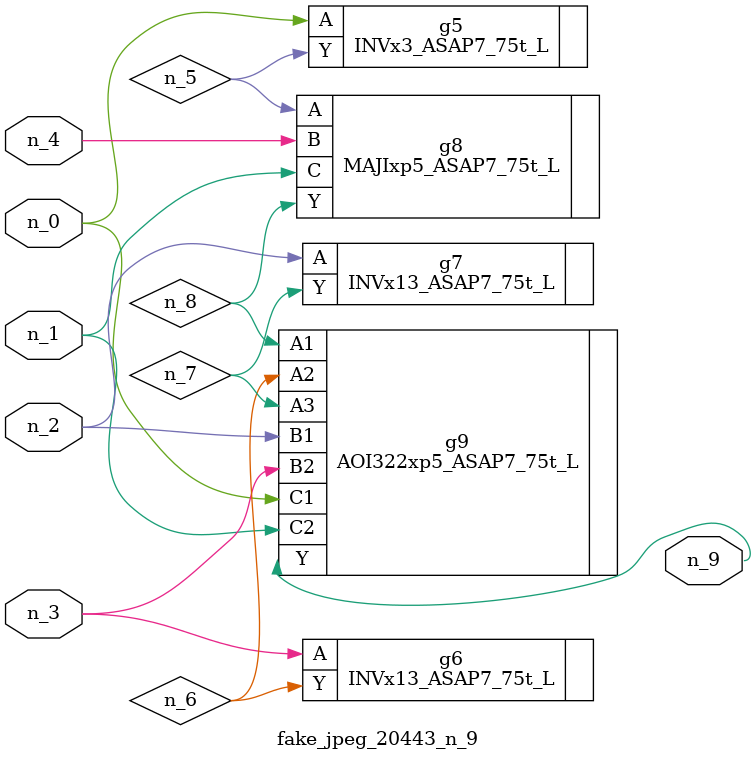
<source format=v>
module fake_jpeg_20443_n_9 (n_3, n_2, n_1, n_0, n_4, n_9);

input n_3;
input n_2;
input n_1;
input n_0;
input n_4;

output n_9;

wire n_8;
wire n_6;
wire n_5;
wire n_7;

INVx3_ASAP7_75t_L g5 ( 
.A(n_0),
.Y(n_5)
);

INVx13_ASAP7_75t_L g6 ( 
.A(n_3),
.Y(n_6)
);

INVx13_ASAP7_75t_L g7 ( 
.A(n_2),
.Y(n_7)
);

MAJIxp5_ASAP7_75t_L g8 ( 
.A(n_5),
.B(n_4),
.C(n_1),
.Y(n_8)
);

AOI322xp5_ASAP7_75t_L g9 ( 
.A1(n_8),
.A2(n_6),
.A3(n_7),
.B1(n_2),
.B2(n_3),
.C1(n_0),
.C2(n_1),
.Y(n_9)
);


endmodule
</source>
